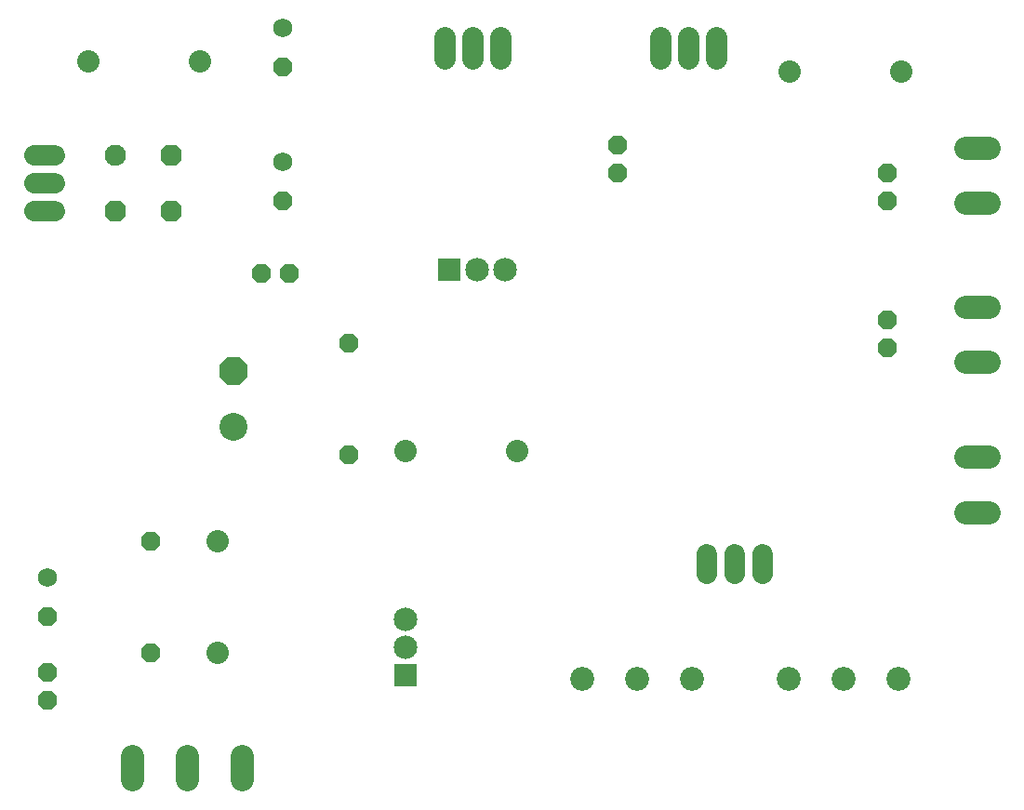
<source format=gbr>
G04 EAGLE Gerber RS-274X export*
G75*
%MOMM*%
%FSLAX34Y34*%
%LPD*%
%INTop Copper*%
%IPPOS*%
%AMOC8*
5,1,8,0,0,1.08239X$1,22.5*%
G01*
%ADD10C,2.108200*%
%ADD11C,2.540000*%
%ADD12P,2.749271X8X112.500000*%
%ADD13P,1.869504X8X292.500000*%
%ADD14C,1.727200*%
%ADD15P,1.869504X8X112.500000*%
%ADD16C,2.032000*%
%ADD17C,1.828800*%
%ADD18P,1.869504X8X202.500000*%
%ADD19R,2.154400X2.154400*%
%ADD20C,2.154400*%
%ADD21C,1.930400*%
%ADD22C,2.184400*%
%ADD23C,1.930400*%
%ADD24P,2.089446X8X22.500000*%


D10*
X940841Y438400D02*
X919759Y438400D01*
X919759Y488400D02*
X940841Y488400D01*
X940841Y582700D02*
X919759Y582700D01*
X919759Y632700D02*
X940841Y632700D01*
X940841Y301400D02*
X919759Y301400D01*
X919759Y351400D02*
X940841Y351400D01*
D11*
X254000Y379100D03*
D12*
X254000Y429900D03*
D13*
X298300Y706120D03*
D14*
X298300Y741680D03*
D13*
X298300Y584520D03*
D14*
X298300Y620080D03*
D15*
X603100Y609600D03*
X603100Y635000D03*
D13*
X848700Y476100D03*
X848700Y450700D03*
X848700Y610400D03*
X848700Y585000D03*
D15*
X84300Y129700D03*
X84300Y155100D03*
D13*
X84300Y206220D03*
D14*
X84300Y241780D03*
D16*
X511700Y357100D03*
X410100Y357100D03*
X239400Y173200D03*
X239400Y274800D03*
X223200Y712000D03*
X121600Y712000D03*
X861800Y702000D03*
X760200Y702000D03*
D17*
X735500Y263144D02*
X735500Y244856D01*
X710100Y244856D02*
X710100Y263144D01*
X684700Y263144D02*
X684700Y244856D01*
D18*
X304800Y518800D03*
X279400Y518800D03*
D19*
X409900Y152400D03*
D20*
X409900Y177800D03*
X409900Y203200D03*
D21*
X642000Y714248D02*
X642000Y733552D01*
X667400Y733552D02*
X667400Y714248D01*
X692800Y714248D02*
X692800Y733552D01*
X446100Y733552D02*
X446100Y714248D01*
X471500Y714248D02*
X471500Y733552D01*
X496900Y733552D02*
X496900Y714248D01*
D19*
X450400Y521800D03*
D20*
X475800Y521800D03*
X501200Y521800D03*
D22*
X571200Y149700D03*
X621200Y149700D03*
X671200Y149700D03*
X759000Y149700D03*
X809000Y149700D03*
X859000Y149700D03*
D13*
X358300Y455300D03*
X358300Y353700D03*
D15*
X178600Y173200D03*
X178600Y274800D03*
D23*
X145900Y625800D03*
D24*
X196700Y625800D03*
X196700Y575000D03*
X145900Y575000D03*
D17*
X90744Y575000D02*
X72456Y575000D01*
X72456Y600400D02*
X90744Y600400D01*
X90744Y625800D02*
X72456Y625800D01*
D10*
X161300Y79241D02*
X161300Y58159D01*
X211300Y58159D02*
X211300Y79241D01*
X261300Y79241D02*
X261300Y58159D01*
M02*

</source>
